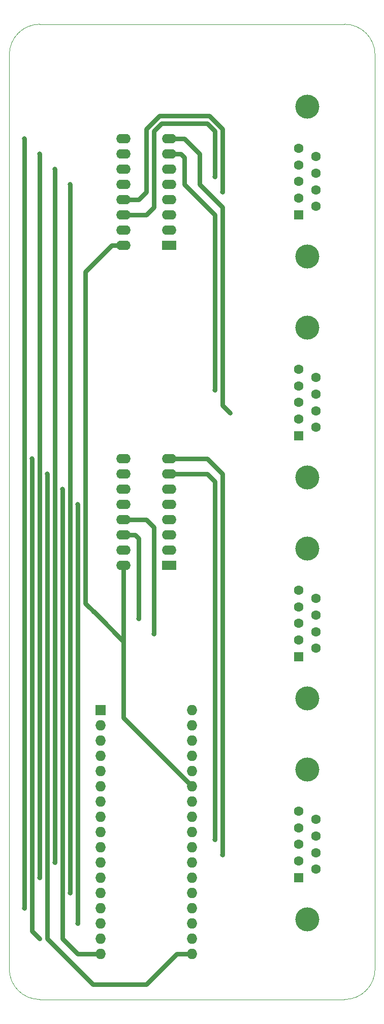
<source format=gbr>
G04 #@! TF.GenerationSoftware,KiCad,Pcbnew,5.1.5+dfsg1-2*
G04 #@! TF.CreationDate,2020-01-28T14:08:21-06:00*
G04 #@! TF.ProjectId,RS232-multiport,52533233-322d-46d7-956c-7469706f7274,2.0.0*
G04 #@! TF.SameCoordinates,Original*
G04 #@! TF.FileFunction,Copper,L2,Bot*
G04 #@! TF.FilePolarity,Positive*
%FSLAX46Y46*%
G04 Gerber Fmt 4.6, Leading zero omitted, Abs format (unit mm)*
G04 Created by KiCad (PCBNEW 5.1.5+dfsg1-2) date 2020-01-28 14:08:21*
%MOMM*%
%LPD*%
G04 APERTURE LIST*
%ADD10C,0.050000*%
%ADD11C,4.000000*%
%ADD12C,1.600000*%
%ADD13R,1.600000X1.600000*%
%ADD14O,2.400000X1.600000*%
%ADD15R,2.400000X1.600000*%
%ADD16O,1.727200X1.727200*%
%ADD17R,1.727200X1.727200*%
%ADD18C,0.800000*%
%ADD19C,0.762000*%
G04 APERTURE END LIST*
D10*
X76200000Y-182880000D02*
X127000000Y-182880000D01*
X71120000Y-25400000D02*
X71120000Y-177800000D01*
X76200000Y-20320000D02*
X127000000Y-20320000D01*
X71120000Y-25400000D02*
G75*
G02X76200000Y-20320000I5080000J0D01*
G01*
X76200000Y-182880000D02*
G75*
G02X71120000Y-177800000I0J5080000D01*
G01*
X132080000Y-177800000D02*
G75*
G02X127000000Y-182880000I-5080000J0D01*
G01*
X132080000Y-177800000D02*
X132080000Y-25400000D01*
X127000000Y-20320000D02*
G75*
G02X132080000Y-25400000I0J-5080000D01*
G01*
D11*
X120800000Y-34030000D03*
X120800000Y-59030000D03*
D12*
X122220000Y-42375000D03*
X122220000Y-45145000D03*
X122220000Y-47915000D03*
X122220000Y-50685000D03*
X119380000Y-40990000D03*
X119380000Y-43760000D03*
X119380000Y-46530000D03*
X119380000Y-49300000D03*
D13*
X119380000Y-52070000D03*
D14*
X90170000Y-110490000D03*
X97790000Y-92710000D03*
X90170000Y-107950000D03*
X97790000Y-95250000D03*
X90170000Y-105410000D03*
X97790000Y-97790000D03*
X90170000Y-102870000D03*
X97790000Y-100330000D03*
X90170000Y-100330000D03*
X97790000Y-102870000D03*
X90170000Y-97790000D03*
X97790000Y-105410000D03*
X90170000Y-95250000D03*
X97790000Y-107950000D03*
X90170000Y-92710000D03*
D15*
X97790000Y-110490000D03*
D11*
X120800000Y-144520000D03*
X120800000Y-169520000D03*
D12*
X122220000Y-152865000D03*
X122220000Y-155635000D03*
X122220000Y-158405000D03*
X122220000Y-161175000D03*
X119380000Y-151480000D03*
X119380000Y-154250000D03*
X119380000Y-157020000D03*
X119380000Y-159790000D03*
D13*
X119380000Y-162560000D03*
D11*
X120800000Y-107690000D03*
X120800000Y-132690000D03*
D12*
X122220000Y-116035000D03*
X122220000Y-118805000D03*
X122220000Y-121575000D03*
X122220000Y-124345000D03*
X119380000Y-114650000D03*
X119380000Y-117420000D03*
X119380000Y-120190000D03*
X119380000Y-122960000D03*
D13*
X119380000Y-125730000D03*
D16*
X101600000Y-152400000D03*
X86360000Y-144780000D03*
D17*
X86360000Y-134620000D03*
D16*
X101600000Y-134620000D03*
X101600000Y-167640000D03*
X101600000Y-139700000D03*
X86360000Y-147320000D03*
X101600000Y-142240000D03*
X101600000Y-147320000D03*
X101600000Y-172720000D03*
X101600000Y-144780000D03*
X86360000Y-137160000D03*
X86360000Y-142240000D03*
X86360000Y-139700000D03*
X86360000Y-149860000D03*
X86360000Y-152400000D03*
X86360000Y-154940000D03*
X86360000Y-157480000D03*
X86360000Y-160020000D03*
X86360000Y-162560000D03*
X86360000Y-165100000D03*
X86360000Y-167640000D03*
X86360000Y-170180000D03*
X101600000Y-170180000D03*
X101600000Y-175260000D03*
X86360000Y-175260000D03*
X86360000Y-172720000D03*
X101600000Y-149860000D03*
X101600000Y-165100000D03*
X101600000Y-162560000D03*
X101600000Y-160020000D03*
X101600000Y-157480000D03*
X101600000Y-154940000D03*
X101600000Y-137160000D03*
D15*
X97790000Y-57150000D03*
D14*
X90170000Y-39370000D03*
X97790000Y-54610000D03*
X90170000Y-41910000D03*
X97790000Y-52070000D03*
X90170000Y-44450000D03*
X97790000Y-49530000D03*
X90170000Y-46990000D03*
X97790000Y-46990000D03*
X90170000Y-49530000D03*
X97790000Y-44450000D03*
X90170000Y-52070000D03*
X97790000Y-41910000D03*
X90170000Y-54610000D03*
X97790000Y-39370000D03*
X90170000Y-57150000D03*
D13*
X119380000Y-88900000D03*
D12*
X119380000Y-86130000D03*
X119380000Y-83360000D03*
X119380000Y-80590000D03*
X119380000Y-77820000D03*
X122220000Y-87515000D03*
X122220000Y-84745000D03*
X122220000Y-81975000D03*
X122220000Y-79205000D03*
D11*
X120800000Y-95860000D03*
X120800000Y-70860000D03*
D18*
X105410000Y-45720000D03*
X105410000Y-81280000D03*
X81280000Y-46990000D03*
X81280000Y-165100000D03*
X76200000Y-41910000D03*
X76200000Y-162560000D03*
X78740000Y-44450000D03*
X78740000Y-160020000D03*
X73660000Y-39370000D03*
X73660000Y-167640000D03*
X92710000Y-119380000D03*
X105410000Y-156210000D03*
X82550000Y-100330000D03*
X82550000Y-170180000D03*
X80010000Y-97790000D03*
X77470000Y-95250000D03*
X74930000Y-92710000D03*
X76200000Y-172720000D03*
X106680000Y-48260000D03*
X107950000Y-85090000D03*
X95250000Y-121920000D03*
X106680000Y-158750000D03*
D19*
X104140000Y-36830000D02*
X105410000Y-38100000D01*
X93980000Y-52070000D02*
X95250000Y-50800000D01*
X95250000Y-38100000D02*
X96520000Y-36830000D01*
X105410000Y-38100000D02*
X105410000Y-45720000D01*
X90170000Y-52070000D02*
X93980000Y-52070000D01*
X95250000Y-50800000D02*
X95250000Y-38100000D01*
X96520000Y-36830000D02*
X104140000Y-36830000D01*
X99752000Y-41910000D02*
X97790000Y-41910000D01*
X100330000Y-42488000D02*
X99752000Y-41910000D01*
X100330000Y-45720000D02*
X100330000Y-42488000D01*
X100330000Y-45720000D02*
X100330000Y-46990000D01*
X100330000Y-46990000D02*
X105410000Y-52070000D01*
X105410000Y-52070000D02*
X105410000Y-81280000D01*
X81280000Y-46990000D02*
X81280000Y-165100000D01*
X76200000Y-41910000D02*
X76200000Y-162560000D01*
X78740000Y-44450000D02*
X78740000Y-160020000D01*
X90170000Y-39370000D02*
X89770000Y-39370000D01*
X73660000Y-39370000D02*
X73660000Y-167640000D01*
X101600000Y-147320000D02*
X90170000Y-135890000D01*
X90170000Y-128270000D02*
X90170000Y-123190000D01*
X90170000Y-128270000D02*
X90170000Y-110490000D01*
X90170000Y-135890000D02*
X90170000Y-128270000D01*
X88208000Y-57150000D02*
X83820000Y-61538000D01*
X90170000Y-57150000D02*
X88208000Y-57150000D01*
X83820000Y-116840000D02*
X85725000Y-118745000D01*
X83820000Y-61538000D02*
X83820000Y-116840000D01*
X90170000Y-123190000D02*
X85725000Y-118745000D01*
X85725000Y-118745000D02*
X85090000Y-118110000D01*
X92710000Y-105988000D02*
X92710000Y-110501364D01*
X92132000Y-105410000D02*
X92710000Y-105988000D01*
X92710000Y-110501364D02*
X92710000Y-111760000D01*
X90170000Y-105410000D02*
X92132000Y-105410000D01*
X92710000Y-111760000D02*
X92710000Y-119380000D01*
X97790000Y-95250000D02*
X104140000Y-95250000D01*
X104140000Y-95250000D02*
X105410000Y-96520000D01*
X105410000Y-96520000D02*
X105410000Y-101600000D01*
X105410000Y-101600000D02*
X105410000Y-151130000D01*
X105410000Y-151130000D02*
X105410000Y-156210000D01*
X82550000Y-100330000D02*
X82550000Y-170180000D01*
X80010000Y-97790000D02*
X80010000Y-172720000D01*
X82550000Y-175260000D02*
X86360000Y-175260000D01*
X80010000Y-172720000D02*
X82550000Y-175260000D01*
X93980000Y-180340000D02*
X99060000Y-175260000D01*
X85090000Y-180340000D02*
X93980000Y-180340000D01*
X77470000Y-95250000D02*
X77470000Y-172720000D01*
X99060000Y-175260000D02*
X101600000Y-175260000D01*
X77470000Y-172720000D02*
X85090000Y-180340000D01*
X74930000Y-92710000D02*
X74930000Y-171450000D01*
X74930000Y-171450000D02*
X76200000Y-172720000D01*
X106680000Y-37753540D02*
X106680000Y-48260000D01*
X92710000Y-49530000D02*
X93980000Y-48260000D01*
X104486460Y-35560000D02*
X106680000Y-37753540D01*
X90170000Y-49530000D02*
X92710000Y-49530000D01*
X96173540Y-35560000D02*
X104486460Y-35560000D01*
X93980000Y-48260000D02*
X93980000Y-37753540D01*
X93980000Y-37753540D02*
X96173540Y-35560000D01*
X100330000Y-39370000D02*
X102870000Y-41910000D01*
X97790000Y-39370000D02*
X100330000Y-39370000D01*
X102870000Y-41910000D02*
X102870000Y-46355000D01*
X102870000Y-46355000D02*
X102870000Y-46990000D01*
X102870000Y-46990000D02*
X106680000Y-50800000D01*
X106680000Y-50800000D02*
X106680000Y-83820000D01*
X106680000Y-83820000D02*
X107950000Y-85090000D01*
X92710000Y-102870000D02*
X93980000Y-102870000D01*
X95250000Y-104140000D02*
X95250000Y-111321602D01*
X93980000Y-102870000D02*
X95250000Y-104140000D01*
X90170000Y-102870000D02*
X92710000Y-102870000D01*
X95250000Y-111321602D02*
X95250000Y-121920000D01*
X97790000Y-92710000D02*
X104140000Y-92710000D01*
X104140000Y-92710000D02*
X106680000Y-95250000D01*
X106680000Y-95250000D02*
X106680000Y-109220000D01*
X106680000Y-109220000D02*
X106680000Y-158750000D01*
M02*

</source>
